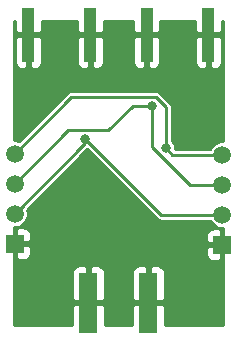
<source format=gbr>
%TF.GenerationSoftware,KiCad,Pcbnew,(5.1.6-rc1-6-g4e217d402)-1*%
%TF.CreationDate,2020-05-13T14:18:14-04:00*%
%TF.ProjectId,RF_Switch,52465f53-7769-4746-9368-2e6b69636164,rev?*%
%TF.SameCoordinates,Original*%
%TF.FileFunction,Copper,L2,Bot*%
%TF.FilePolarity,Positive*%
%FSLAX46Y46*%
G04 Gerber Fmt 4.6, Leading zero omitted, Abs format (unit mm)*
G04 Created by KiCad (PCBNEW (5.1.6-rc1-6-g4e217d402)-1) date 2020-05-13 14:18:14*
%MOMM*%
%LPD*%
G01*
G04 APERTURE LIST*
%TA.AperFunction,SMDPad,CuDef*%
%ADD10R,1.500000X5.080000*%
%TD*%
%TA.AperFunction,SMDPad,CuDef*%
%ADD11R,1.000000X4.560000*%
%TD*%
%TA.AperFunction,ComponentPad*%
%ADD12R,1.500000X1.500000*%
%TD*%
%TA.AperFunction,ComponentPad*%
%ADD13C,1.500000*%
%TD*%
%TA.AperFunction,ViaPad*%
%ADD14C,0.800000*%
%TD*%
%TA.AperFunction,Conductor*%
%ADD15C,0.254000*%
%TD*%
G04 APERTURE END LIST*
D10*
%TO.P,J3,2*%
%TO.N,GND*%
X162460000Y-85000000D03*
X167540000Y-85000000D03*
%TD*%
D11*
%TO.P,J4,2*%
%TO.N,GND*%
X172620000Y-62300000D03*
X167380000Y-62300000D03*
%TD*%
%TO.P,J1,2*%
%TO.N,GND*%
X162620000Y-62300000D03*
X157380000Y-62300000D03*
%TD*%
D12*
%TO.P,J5,1*%
%TO.N,GND*%
X173800000Y-80080000D03*
D13*
%TO.P,J5,2*%
%TO.N,Net-(C1-Pad1)*%
X173800000Y-77540000D03*
%TO.P,J5,3*%
%TO.N,Net-(J2-Pad3)*%
X173800000Y-75000000D03*
%TO.P,J5,4*%
%TO.N,Net-(J2-Pad4)*%
X173800000Y-72460000D03*
%TD*%
D12*
%TO.P,J2,1*%
%TO.N,GND*%
X156200000Y-80000000D03*
D13*
%TO.P,J2,2*%
%TO.N,Net-(C1-Pad1)*%
X156200000Y-77460000D03*
%TO.P,J2,3*%
%TO.N,Net-(J2-Pad3)*%
X156200000Y-74920000D03*
%TO.P,J2,4*%
%TO.N,Net-(J2-Pad4)*%
X156200000Y-72380000D03*
%TD*%
D14*
%TO.N,GND*%
X157000000Y-66000000D03*
X158000000Y-66000000D03*
X162000000Y-66000000D03*
X164000000Y-66000000D03*
X166000000Y-66000000D03*
X168000000Y-66000000D03*
X172000000Y-66000000D03*
X162000000Y-73000000D03*
X162000000Y-74000000D03*
X161000000Y-81000000D03*
X162000000Y-81000000D03*
X163000000Y-81000000D03*
X167000000Y-81000000D03*
X168000000Y-81000000D03*
X169000000Y-81000000D03*
X170000000Y-82000000D03*
X170000000Y-83000000D03*
X170000000Y-84000000D03*
X170000000Y-85000000D03*
X170000000Y-86000000D03*
X160000000Y-82000000D03*
X160000000Y-83000000D03*
X160000000Y-84000000D03*
X160000000Y-85000000D03*
X160000000Y-86000000D03*
X157000000Y-67000000D03*
X158000000Y-67000000D03*
X157000000Y-68000000D03*
X158000000Y-68000000D03*
X163000000Y-66000000D03*
X165000000Y-66000000D03*
X169000000Y-66000000D03*
X167000000Y-66000000D03*
X173000000Y-66000000D03*
X171000000Y-66000000D03*
X172000000Y-67000000D03*
X173000000Y-67000000D03*
X172000000Y-68000000D03*
X173000000Y-68000000D03*
X170000000Y-81000000D03*
X160000000Y-81000000D03*
X157000000Y-69000000D03*
X158000000Y-69000000D03*
X172000000Y-69000000D03*
X173000000Y-69000000D03*
X161000000Y-66000000D03*
%TO.N,Net-(J2-Pad3)*%
X167800000Y-68300000D03*
%TO.N,Net-(J2-Pad4)*%
X169000000Y-71900000D03*
%TO.N,Net-(C1-Pad1)*%
X162200000Y-71100000D03*
%TD*%
D15*
%TO.N,GND*%
X173720000Y-80000000D02*
X173800000Y-80080000D01*
X156200000Y-80000000D02*
X173720000Y-80000000D01*
%TO.N,Net-(J2-Pad3)*%
X167800000Y-71775962D02*
X167800000Y-68300000D01*
X173800000Y-75000000D02*
X171024038Y-75000000D01*
X171024038Y-75000000D02*
X167800000Y-71775962D01*
X160747001Y-70372999D02*
X164127001Y-70372999D01*
X156200000Y-74920000D02*
X160747001Y-70372999D01*
X166200000Y-68300000D02*
X167800000Y-68300000D01*
X164127001Y-70372999D02*
X166200000Y-68300000D01*
%TO.N,Net-(J2-Pad4)*%
X173800000Y-72460000D02*
X169560000Y-72460000D01*
X169560000Y-72460000D02*
X169000000Y-71900000D01*
X169000000Y-68424038D02*
X169000000Y-71900000D01*
X168148961Y-67572999D02*
X169000000Y-68424038D01*
X161007001Y-67572999D02*
X168148961Y-67572999D01*
X156200000Y-72380000D02*
X161007001Y-67572999D01*
%TO.N,Net-(C1-Pad1)*%
X156200000Y-77460000D02*
X162200000Y-71460000D01*
X162200000Y-71460000D02*
X162200000Y-71100000D01*
X168640000Y-77540000D02*
X162200000Y-71100000D01*
X173800000Y-77540000D02*
X168640000Y-77540000D01*
%TD*%
%TO.N,GND*%
G36*
X168263150Y-77881571D02*
G01*
X168279052Y-77900948D01*
X168298429Y-77916850D01*
X168356404Y-77964429D01*
X168444655Y-78011600D01*
X168444657Y-78011601D01*
X168540415Y-78040649D01*
X168615053Y-78048000D01*
X168615055Y-78048000D01*
X168639999Y-78050457D01*
X168664943Y-78048000D01*
X172786235Y-78048000D01*
X172797721Y-78075729D01*
X172921495Y-78260970D01*
X173079030Y-78418505D01*
X173264271Y-78542279D01*
X173470100Y-78627536D01*
X173688606Y-78671000D01*
X173873000Y-78671000D01*
X173873000Y-86873000D01*
X168927163Y-86873000D01*
X168925000Y-85285750D01*
X168766250Y-85127000D01*
X167667000Y-85127000D01*
X167667000Y-85147000D01*
X167413000Y-85147000D01*
X167413000Y-85127000D01*
X166313750Y-85127000D01*
X166155000Y-85285750D01*
X166152837Y-86873000D01*
X163847163Y-86873000D01*
X163845000Y-85285750D01*
X163686250Y-85127000D01*
X162587000Y-85127000D01*
X162587000Y-85147000D01*
X162333000Y-85147000D01*
X162333000Y-85127000D01*
X161233750Y-85127000D01*
X161075000Y-85285750D01*
X161072837Y-86873000D01*
X156127000Y-86873000D01*
X156127000Y-82460000D01*
X161071928Y-82460000D01*
X161075000Y-84714250D01*
X161233750Y-84873000D01*
X162333000Y-84873000D01*
X162333000Y-81983750D01*
X162587000Y-81983750D01*
X162587000Y-84873000D01*
X163686250Y-84873000D01*
X163845000Y-84714250D01*
X163848072Y-82460000D01*
X166151928Y-82460000D01*
X166155000Y-84714250D01*
X166313750Y-84873000D01*
X167413000Y-84873000D01*
X167413000Y-81983750D01*
X167667000Y-81983750D01*
X167667000Y-84873000D01*
X168766250Y-84873000D01*
X168925000Y-84714250D01*
X168928072Y-82460000D01*
X168915812Y-82335518D01*
X168879502Y-82215820D01*
X168820537Y-82105506D01*
X168741185Y-82008815D01*
X168644494Y-81929463D01*
X168534180Y-81870498D01*
X168414482Y-81834188D01*
X168290000Y-81821928D01*
X167825750Y-81825000D01*
X167667000Y-81983750D01*
X167413000Y-81983750D01*
X167254250Y-81825000D01*
X166790000Y-81821928D01*
X166665518Y-81834188D01*
X166545820Y-81870498D01*
X166435506Y-81929463D01*
X166338815Y-82008815D01*
X166259463Y-82105506D01*
X166200498Y-82215820D01*
X166164188Y-82335518D01*
X166151928Y-82460000D01*
X163848072Y-82460000D01*
X163835812Y-82335518D01*
X163799502Y-82215820D01*
X163740537Y-82105506D01*
X163661185Y-82008815D01*
X163564494Y-81929463D01*
X163454180Y-81870498D01*
X163334482Y-81834188D01*
X163210000Y-81821928D01*
X162745750Y-81825000D01*
X162587000Y-81983750D01*
X162333000Y-81983750D01*
X162174250Y-81825000D01*
X161710000Y-81821928D01*
X161585518Y-81834188D01*
X161465820Y-81870498D01*
X161355506Y-81929463D01*
X161258815Y-82008815D01*
X161179463Y-82105506D01*
X161120498Y-82215820D01*
X161084188Y-82335518D01*
X161071928Y-82460000D01*
X156127000Y-82460000D01*
X156127000Y-80127000D01*
X156327000Y-80127000D01*
X156327000Y-81226250D01*
X156485750Y-81385000D01*
X156950000Y-81388072D01*
X157074482Y-81375812D01*
X157194180Y-81339502D01*
X157304494Y-81280537D01*
X157401185Y-81201185D01*
X157480537Y-81104494D01*
X157539502Y-80994180D01*
X157575812Y-80874482D01*
X157580192Y-80830000D01*
X172411928Y-80830000D01*
X172424188Y-80954482D01*
X172460498Y-81074180D01*
X172519463Y-81184494D01*
X172598815Y-81281185D01*
X172695506Y-81360537D01*
X172805820Y-81419502D01*
X172925518Y-81455812D01*
X173050000Y-81468072D01*
X173514250Y-81465000D01*
X173673000Y-81306250D01*
X173673000Y-80207000D01*
X172573750Y-80207000D01*
X172415000Y-80365750D01*
X172411928Y-80830000D01*
X157580192Y-80830000D01*
X157588072Y-80750000D01*
X157585000Y-80285750D01*
X157426250Y-80127000D01*
X156327000Y-80127000D01*
X156127000Y-80127000D01*
X156127000Y-78773750D01*
X156327000Y-78773750D01*
X156327000Y-79873000D01*
X157426250Y-79873000D01*
X157585000Y-79714250D01*
X157587542Y-79330000D01*
X172411928Y-79330000D01*
X172415000Y-79794250D01*
X172573750Y-79953000D01*
X173673000Y-79953000D01*
X173673000Y-78853750D01*
X173514250Y-78695000D01*
X173050000Y-78691928D01*
X172925518Y-78704188D01*
X172805820Y-78740498D01*
X172695506Y-78799463D01*
X172598815Y-78878815D01*
X172519463Y-78975506D01*
X172460498Y-79085820D01*
X172424188Y-79205518D01*
X172411928Y-79330000D01*
X157587542Y-79330000D01*
X157588072Y-79250000D01*
X157575812Y-79125518D01*
X157539502Y-79005820D01*
X157480537Y-78895506D01*
X157401185Y-78798815D01*
X157304494Y-78719463D01*
X157194180Y-78660498D01*
X157074482Y-78624188D01*
X156950000Y-78611928D01*
X156485750Y-78615000D01*
X156327000Y-78773750D01*
X156127000Y-78773750D01*
X156127000Y-78591000D01*
X156311394Y-78591000D01*
X156529900Y-78547536D01*
X156735729Y-78462279D01*
X156920970Y-78338505D01*
X157078505Y-78180970D01*
X157202279Y-77995729D01*
X157287536Y-77789900D01*
X157331000Y-77571394D01*
X157331000Y-77348606D01*
X157287536Y-77130100D01*
X157276050Y-77102370D01*
X162380000Y-71998421D01*
X168263150Y-77881571D01*
G37*
X168263150Y-77881571D02*
X168279052Y-77900948D01*
X168298429Y-77916850D01*
X168356404Y-77964429D01*
X168444655Y-78011600D01*
X168444657Y-78011601D01*
X168540415Y-78040649D01*
X168615053Y-78048000D01*
X168615055Y-78048000D01*
X168639999Y-78050457D01*
X168664943Y-78048000D01*
X172786235Y-78048000D01*
X172797721Y-78075729D01*
X172921495Y-78260970D01*
X173079030Y-78418505D01*
X173264271Y-78542279D01*
X173470100Y-78627536D01*
X173688606Y-78671000D01*
X173873000Y-78671000D01*
X173873000Y-86873000D01*
X168927163Y-86873000D01*
X168925000Y-85285750D01*
X168766250Y-85127000D01*
X167667000Y-85127000D01*
X167667000Y-85147000D01*
X167413000Y-85147000D01*
X167413000Y-85127000D01*
X166313750Y-85127000D01*
X166155000Y-85285750D01*
X166152837Y-86873000D01*
X163847163Y-86873000D01*
X163845000Y-85285750D01*
X163686250Y-85127000D01*
X162587000Y-85127000D01*
X162587000Y-85147000D01*
X162333000Y-85147000D01*
X162333000Y-85127000D01*
X161233750Y-85127000D01*
X161075000Y-85285750D01*
X161072837Y-86873000D01*
X156127000Y-86873000D01*
X156127000Y-82460000D01*
X161071928Y-82460000D01*
X161075000Y-84714250D01*
X161233750Y-84873000D01*
X162333000Y-84873000D01*
X162333000Y-81983750D01*
X162587000Y-81983750D01*
X162587000Y-84873000D01*
X163686250Y-84873000D01*
X163845000Y-84714250D01*
X163848072Y-82460000D01*
X166151928Y-82460000D01*
X166155000Y-84714250D01*
X166313750Y-84873000D01*
X167413000Y-84873000D01*
X167413000Y-81983750D01*
X167667000Y-81983750D01*
X167667000Y-84873000D01*
X168766250Y-84873000D01*
X168925000Y-84714250D01*
X168928072Y-82460000D01*
X168915812Y-82335518D01*
X168879502Y-82215820D01*
X168820537Y-82105506D01*
X168741185Y-82008815D01*
X168644494Y-81929463D01*
X168534180Y-81870498D01*
X168414482Y-81834188D01*
X168290000Y-81821928D01*
X167825750Y-81825000D01*
X167667000Y-81983750D01*
X167413000Y-81983750D01*
X167254250Y-81825000D01*
X166790000Y-81821928D01*
X166665518Y-81834188D01*
X166545820Y-81870498D01*
X166435506Y-81929463D01*
X166338815Y-82008815D01*
X166259463Y-82105506D01*
X166200498Y-82215820D01*
X166164188Y-82335518D01*
X166151928Y-82460000D01*
X163848072Y-82460000D01*
X163835812Y-82335518D01*
X163799502Y-82215820D01*
X163740537Y-82105506D01*
X163661185Y-82008815D01*
X163564494Y-81929463D01*
X163454180Y-81870498D01*
X163334482Y-81834188D01*
X163210000Y-81821928D01*
X162745750Y-81825000D01*
X162587000Y-81983750D01*
X162333000Y-81983750D01*
X162174250Y-81825000D01*
X161710000Y-81821928D01*
X161585518Y-81834188D01*
X161465820Y-81870498D01*
X161355506Y-81929463D01*
X161258815Y-82008815D01*
X161179463Y-82105506D01*
X161120498Y-82215820D01*
X161084188Y-82335518D01*
X161071928Y-82460000D01*
X156127000Y-82460000D01*
X156127000Y-80127000D01*
X156327000Y-80127000D01*
X156327000Y-81226250D01*
X156485750Y-81385000D01*
X156950000Y-81388072D01*
X157074482Y-81375812D01*
X157194180Y-81339502D01*
X157304494Y-81280537D01*
X157401185Y-81201185D01*
X157480537Y-81104494D01*
X157539502Y-80994180D01*
X157575812Y-80874482D01*
X157580192Y-80830000D01*
X172411928Y-80830000D01*
X172424188Y-80954482D01*
X172460498Y-81074180D01*
X172519463Y-81184494D01*
X172598815Y-81281185D01*
X172695506Y-81360537D01*
X172805820Y-81419502D01*
X172925518Y-81455812D01*
X173050000Y-81468072D01*
X173514250Y-81465000D01*
X173673000Y-81306250D01*
X173673000Y-80207000D01*
X172573750Y-80207000D01*
X172415000Y-80365750D01*
X172411928Y-80830000D01*
X157580192Y-80830000D01*
X157588072Y-80750000D01*
X157585000Y-80285750D01*
X157426250Y-80127000D01*
X156327000Y-80127000D01*
X156127000Y-80127000D01*
X156127000Y-78773750D01*
X156327000Y-78773750D01*
X156327000Y-79873000D01*
X157426250Y-79873000D01*
X157585000Y-79714250D01*
X157587542Y-79330000D01*
X172411928Y-79330000D01*
X172415000Y-79794250D01*
X172573750Y-79953000D01*
X173673000Y-79953000D01*
X173673000Y-78853750D01*
X173514250Y-78695000D01*
X173050000Y-78691928D01*
X172925518Y-78704188D01*
X172805820Y-78740498D01*
X172695506Y-78799463D01*
X172598815Y-78878815D01*
X172519463Y-78975506D01*
X172460498Y-79085820D01*
X172424188Y-79205518D01*
X172411928Y-79330000D01*
X157587542Y-79330000D01*
X157588072Y-79250000D01*
X157575812Y-79125518D01*
X157539502Y-79005820D01*
X157480537Y-78895506D01*
X157401185Y-78798815D01*
X157304494Y-78719463D01*
X157194180Y-78660498D01*
X157074482Y-78624188D01*
X156950000Y-78611928D01*
X156485750Y-78615000D01*
X156327000Y-78773750D01*
X156127000Y-78773750D01*
X156127000Y-78591000D01*
X156311394Y-78591000D01*
X156529900Y-78547536D01*
X156735729Y-78462279D01*
X156920970Y-78338505D01*
X157078505Y-78180970D01*
X157202279Y-77995729D01*
X157287536Y-77789900D01*
X157331000Y-77571394D01*
X157331000Y-77348606D01*
X157287536Y-77130100D01*
X157276050Y-77102370D01*
X162380000Y-71998421D01*
X168263150Y-77881571D01*
G36*
X156245000Y-62014250D02*
G01*
X156403750Y-62173000D01*
X157253000Y-62173000D01*
X157253000Y-62153000D01*
X157507000Y-62153000D01*
X157507000Y-62173000D01*
X158356250Y-62173000D01*
X158515000Y-62014250D01*
X158516367Y-61127000D01*
X161483633Y-61127000D01*
X161485000Y-62014250D01*
X161643750Y-62173000D01*
X162493000Y-62173000D01*
X162493000Y-62153000D01*
X162747000Y-62153000D01*
X162747000Y-62173000D01*
X163596250Y-62173000D01*
X163755000Y-62014250D01*
X163756367Y-61127000D01*
X166243633Y-61127000D01*
X166245000Y-62014250D01*
X166403750Y-62173000D01*
X167253000Y-62173000D01*
X167253000Y-62153000D01*
X167507000Y-62153000D01*
X167507000Y-62173000D01*
X168356250Y-62173000D01*
X168515000Y-62014250D01*
X168516367Y-61127000D01*
X171483633Y-61127000D01*
X171485000Y-62014250D01*
X171643750Y-62173000D01*
X172493000Y-62173000D01*
X172493000Y-62153000D01*
X172747000Y-62153000D01*
X172747000Y-62173000D01*
X173596250Y-62173000D01*
X173755000Y-62014250D01*
X173756367Y-61127000D01*
X173873000Y-61127000D01*
X173873000Y-71329000D01*
X173688606Y-71329000D01*
X173470100Y-71372464D01*
X173264271Y-71457721D01*
X173079030Y-71581495D01*
X172921495Y-71739030D01*
X172797721Y-71924271D01*
X172786235Y-71952000D01*
X169781000Y-71952000D01*
X169781000Y-71823078D01*
X169750987Y-71672191D01*
X169692113Y-71530058D01*
X169606642Y-71402141D01*
X169508000Y-71303499D01*
X169508000Y-68448982D01*
X169510457Y-68424038D01*
X169508000Y-68399091D01*
X169500649Y-68324453D01*
X169471601Y-68228695D01*
X169449643Y-68187614D01*
X169424429Y-68140442D01*
X169401354Y-68112326D01*
X169360948Y-68063090D01*
X169341565Y-68047183D01*
X168525816Y-67231434D01*
X168509909Y-67212051D01*
X168432556Y-67148570D01*
X168344304Y-67101398D01*
X168248546Y-67072350D01*
X168173908Y-67064999D01*
X168173905Y-67064999D01*
X168148961Y-67062542D01*
X168124017Y-67064999D01*
X161031944Y-67064999D01*
X161007000Y-67062542D01*
X160982056Y-67064999D01*
X160982054Y-67064999D01*
X160907416Y-67072350D01*
X160811658Y-67101398D01*
X160770577Y-67123356D01*
X160723405Y-67148570D01*
X160668811Y-67193375D01*
X160646053Y-67212051D01*
X160630151Y-67231428D01*
X156557630Y-71303950D01*
X156529900Y-71292464D01*
X156311394Y-71249000D01*
X156127000Y-71249000D01*
X156127000Y-64580000D01*
X156241928Y-64580000D01*
X156254188Y-64704482D01*
X156290498Y-64824180D01*
X156349463Y-64934494D01*
X156428815Y-65031185D01*
X156525506Y-65110537D01*
X156635820Y-65169502D01*
X156755518Y-65205812D01*
X156880000Y-65218072D01*
X157094250Y-65215000D01*
X157253000Y-65056250D01*
X157253000Y-62427000D01*
X157507000Y-62427000D01*
X157507000Y-65056250D01*
X157665750Y-65215000D01*
X157880000Y-65218072D01*
X158004482Y-65205812D01*
X158124180Y-65169502D01*
X158234494Y-65110537D01*
X158331185Y-65031185D01*
X158410537Y-64934494D01*
X158469502Y-64824180D01*
X158505812Y-64704482D01*
X158518072Y-64580000D01*
X161481928Y-64580000D01*
X161494188Y-64704482D01*
X161530498Y-64824180D01*
X161589463Y-64934494D01*
X161668815Y-65031185D01*
X161765506Y-65110537D01*
X161875820Y-65169502D01*
X161995518Y-65205812D01*
X162120000Y-65218072D01*
X162334250Y-65215000D01*
X162493000Y-65056250D01*
X162493000Y-62427000D01*
X162747000Y-62427000D01*
X162747000Y-65056250D01*
X162905750Y-65215000D01*
X163120000Y-65218072D01*
X163244482Y-65205812D01*
X163364180Y-65169502D01*
X163474494Y-65110537D01*
X163571185Y-65031185D01*
X163650537Y-64934494D01*
X163709502Y-64824180D01*
X163745812Y-64704482D01*
X163758072Y-64580000D01*
X166241928Y-64580000D01*
X166254188Y-64704482D01*
X166290498Y-64824180D01*
X166349463Y-64934494D01*
X166428815Y-65031185D01*
X166525506Y-65110537D01*
X166635820Y-65169502D01*
X166755518Y-65205812D01*
X166880000Y-65218072D01*
X167094250Y-65215000D01*
X167253000Y-65056250D01*
X167253000Y-62427000D01*
X167507000Y-62427000D01*
X167507000Y-65056250D01*
X167665750Y-65215000D01*
X167880000Y-65218072D01*
X168004482Y-65205812D01*
X168124180Y-65169502D01*
X168234494Y-65110537D01*
X168331185Y-65031185D01*
X168410537Y-64934494D01*
X168469502Y-64824180D01*
X168505812Y-64704482D01*
X168518072Y-64580000D01*
X171481928Y-64580000D01*
X171494188Y-64704482D01*
X171530498Y-64824180D01*
X171589463Y-64934494D01*
X171668815Y-65031185D01*
X171765506Y-65110537D01*
X171875820Y-65169502D01*
X171995518Y-65205812D01*
X172120000Y-65218072D01*
X172334250Y-65215000D01*
X172493000Y-65056250D01*
X172493000Y-62427000D01*
X172747000Y-62427000D01*
X172747000Y-65056250D01*
X172905750Y-65215000D01*
X173120000Y-65218072D01*
X173244482Y-65205812D01*
X173364180Y-65169502D01*
X173474494Y-65110537D01*
X173571185Y-65031185D01*
X173650537Y-64934494D01*
X173709502Y-64824180D01*
X173745812Y-64704482D01*
X173758072Y-64580000D01*
X173755000Y-62585750D01*
X173596250Y-62427000D01*
X172747000Y-62427000D01*
X172493000Y-62427000D01*
X171643750Y-62427000D01*
X171485000Y-62585750D01*
X171481928Y-64580000D01*
X168518072Y-64580000D01*
X168515000Y-62585750D01*
X168356250Y-62427000D01*
X167507000Y-62427000D01*
X167253000Y-62427000D01*
X166403750Y-62427000D01*
X166245000Y-62585750D01*
X166241928Y-64580000D01*
X163758072Y-64580000D01*
X163755000Y-62585750D01*
X163596250Y-62427000D01*
X162747000Y-62427000D01*
X162493000Y-62427000D01*
X161643750Y-62427000D01*
X161485000Y-62585750D01*
X161481928Y-64580000D01*
X158518072Y-64580000D01*
X158515000Y-62585750D01*
X158356250Y-62427000D01*
X157507000Y-62427000D01*
X157253000Y-62427000D01*
X156403750Y-62427000D01*
X156245000Y-62585750D01*
X156241928Y-64580000D01*
X156127000Y-64580000D01*
X156127000Y-61127000D01*
X156243633Y-61127000D01*
X156245000Y-62014250D01*
G37*
X156245000Y-62014250D02*
X156403750Y-62173000D01*
X157253000Y-62173000D01*
X157253000Y-62153000D01*
X157507000Y-62153000D01*
X157507000Y-62173000D01*
X158356250Y-62173000D01*
X158515000Y-62014250D01*
X158516367Y-61127000D01*
X161483633Y-61127000D01*
X161485000Y-62014250D01*
X161643750Y-62173000D01*
X162493000Y-62173000D01*
X162493000Y-62153000D01*
X162747000Y-62153000D01*
X162747000Y-62173000D01*
X163596250Y-62173000D01*
X163755000Y-62014250D01*
X163756367Y-61127000D01*
X166243633Y-61127000D01*
X166245000Y-62014250D01*
X166403750Y-62173000D01*
X167253000Y-62173000D01*
X167253000Y-62153000D01*
X167507000Y-62153000D01*
X167507000Y-62173000D01*
X168356250Y-62173000D01*
X168515000Y-62014250D01*
X168516367Y-61127000D01*
X171483633Y-61127000D01*
X171485000Y-62014250D01*
X171643750Y-62173000D01*
X172493000Y-62173000D01*
X172493000Y-62153000D01*
X172747000Y-62153000D01*
X172747000Y-62173000D01*
X173596250Y-62173000D01*
X173755000Y-62014250D01*
X173756367Y-61127000D01*
X173873000Y-61127000D01*
X173873000Y-71329000D01*
X173688606Y-71329000D01*
X173470100Y-71372464D01*
X173264271Y-71457721D01*
X173079030Y-71581495D01*
X172921495Y-71739030D01*
X172797721Y-71924271D01*
X172786235Y-71952000D01*
X169781000Y-71952000D01*
X169781000Y-71823078D01*
X169750987Y-71672191D01*
X169692113Y-71530058D01*
X169606642Y-71402141D01*
X169508000Y-71303499D01*
X169508000Y-68448982D01*
X169510457Y-68424038D01*
X169508000Y-68399091D01*
X169500649Y-68324453D01*
X169471601Y-68228695D01*
X169449643Y-68187614D01*
X169424429Y-68140442D01*
X169401354Y-68112326D01*
X169360948Y-68063090D01*
X169341565Y-68047183D01*
X168525816Y-67231434D01*
X168509909Y-67212051D01*
X168432556Y-67148570D01*
X168344304Y-67101398D01*
X168248546Y-67072350D01*
X168173908Y-67064999D01*
X168173905Y-67064999D01*
X168148961Y-67062542D01*
X168124017Y-67064999D01*
X161031944Y-67064999D01*
X161007000Y-67062542D01*
X160982056Y-67064999D01*
X160982054Y-67064999D01*
X160907416Y-67072350D01*
X160811658Y-67101398D01*
X160770577Y-67123356D01*
X160723405Y-67148570D01*
X160668811Y-67193375D01*
X160646053Y-67212051D01*
X160630151Y-67231428D01*
X156557630Y-71303950D01*
X156529900Y-71292464D01*
X156311394Y-71249000D01*
X156127000Y-71249000D01*
X156127000Y-64580000D01*
X156241928Y-64580000D01*
X156254188Y-64704482D01*
X156290498Y-64824180D01*
X156349463Y-64934494D01*
X156428815Y-65031185D01*
X156525506Y-65110537D01*
X156635820Y-65169502D01*
X156755518Y-65205812D01*
X156880000Y-65218072D01*
X157094250Y-65215000D01*
X157253000Y-65056250D01*
X157253000Y-62427000D01*
X157507000Y-62427000D01*
X157507000Y-65056250D01*
X157665750Y-65215000D01*
X157880000Y-65218072D01*
X158004482Y-65205812D01*
X158124180Y-65169502D01*
X158234494Y-65110537D01*
X158331185Y-65031185D01*
X158410537Y-64934494D01*
X158469502Y-64824180D01*
X158505812Y-64704482D01*
X158518072Y-64580000D01*
X161481928Y-64580000D01*
X161494188Y-64704482D01*
X161530498Y-64824180D01*
X161589463Y-64934494D01*
X161668815Y-65031185D01*
X161765506Y-65110537D01*
X161875820Y-65169502D01*
X161995518Y-65205812D01*
X162120000Y-65218072D01*
X162334250Y-65215000D01*
X162493000Y-65056250D01*
X162493000Y-62427000D01*
X162747000Y-62427000D01*
X162747000Y-65056250D01*
X162905750Y-65215000D01*
X163120000Y-65218072D01*
X163244482Y-65205812D01*
X163364180Y-65169502D01*
X163474494Y-65110537D01*
X163571185Y-65031185D01*
X163650537Y-64934494D01*
X163709502Y-64824180D01*
X163745812Y-64704482D01*
X163758072Y-64580000D01*
X166241928Y-64580000D01*
X166254188Y-64704482D01*
X166290498Y-64824180D01*
X166349463Y-64934494D01*
X166428815Y-65031185D01*
X166525506Y-65110537D01*
X166635820Y-65169502D01*
X166755518Y-65205812D01*
X166880000Y-65218072D01*
X167094250Y-65215000D01*
X167253000Y-65056250D01*
X167253000Y-62427000D01*
X167507000Y-62427000D01*
X167507000Y-65056250D01*
X167665750Y-65215000D01*
X167880000Y-65218072D01*
X168004482Y-65205812D01*
X168124180Y-65169502D01*
X168234494Y-65110537D01*
X168331185Y-65031185D01*
X168410537Y-64934494D01*
X168469502Y-64824180D01*
X168505812Y-64704482D01*
X168518072Y-64580000D01*
X171481928Y-64580000D01*
X171494188Y-64704482D01*
X171530498Y-64824180D01*
X171589463Y-64934494D01*
X171668815Y-65031185D01*
X171765506Y-65110537D01*
X171875820Y-65169502D01*
X171995518Y-65205812D01*
X172120000Y-65218072D01*
X172334250Y-65215000D01*
X172493000Y-65056250D01*
X172493000Y-62427000D01*
X172747000Y-62427000D01*
X172747000Y-65056250D01*
X172905750Y-65215000D01*
X173120000Y-65218072D01*
X173244482Y-65205812D01*
X173364180Y-65169502D01*
X173474494Y-65110537D01*
X173571185Y-65031185D01*
X173650537Y-64934494D01*
X173709502Y-64824180D01*
X173745812Y-64704482D01*
X173758072Y-64580000D01*
X173755000Y-62585750D01*
X173596250Y-62427000D01*
X172747000Y-62427000D01*
X172493000Y-62427000D01*
X171643750Y-62427000D01*
X171485000Y-62585750D01*
X171481928Y-64580000D01*
X168518072Y-64580000D01*
X168515000Y-62585750D01*
X168356250Y-62427000D01*
X167507000Y-62427000D01*
X167253000Y-62427000D01*
X166403750Y-62427000D01*
X166245000Y-62585750D01*
X166241928Y-64580000D01*
X163758072Y-64580000D01*
X163755000Y-62585750D01*
X163596250Y-62427000D01*
X162747000Y-62427000D01*
X162493000Y-62427000D01*
X161643750Y-62427000D01*
X161485000Y-62585750D01*
X161481928Y-64580000D01*
X158518072Y-64580000D01*
X158515000Y-62585750D01*
X158356250Y-62427000D01*
X157507000Y-62427000D01*
X157253000Y-62427000D01*
X156403750Y-62427000D01*
X156245000Y-62585750D01*
X156241928Y-64580000D01*
X156127000Y-64580000D01*
X156127000Y-61127000D01*
X156243633Y-61127000D01*
X156245000Y-62014250D01*
%TD*%
M02*

</source>
